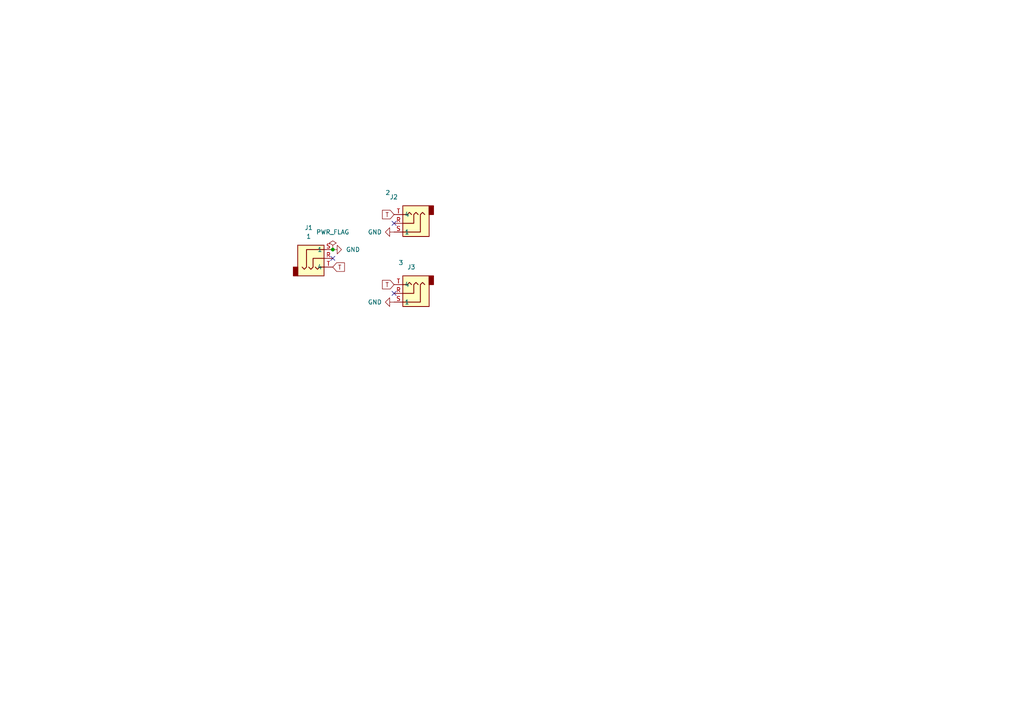
<source format=kicad_sch>
(kicad_sch (version 20211123) (generator eeschema)
  (paper "A4")
  (lib_symbols
    (symbol "AudioJack3_1"
      (property "Reference" "J1" (at -1.905 8.89 0))
      (property "Value" "1" (at -1.905 6.35 0))
      (symbol "AudioJack3_1_0_1"
        (rectangle (start -5.08 -5.08) (end -6.35 -2.54) (stroke (width 0.254)) (fill (type outline)))
        (polyline (pts (xy 0 -2.54) (xy 0.635 -3.175) (xy 1.27 -2.54) (xy 2.54 -2.54)) (stroke (width 0.254)))
        (polyline (pts (xy -1.905 -2.54) (xy -1.27 -3.175) (xy -0.635 -2.54) (xy -0.635 0) (xy 2.54 0)) (stroke (width 0.254)))
        (polyline (pts (xy 2.54 2.54) (xy -2.54 2.54) (xy -2.54 -2.54) (xy -3.175 -3.175) (xy -3.81 -2.54)) (stroke (width 0.254)))
        (rectangle (start 2.54 3.81) (end -5.08 -5.08) (stroke (width 0.254)) (fill (type background)))
      )
      (symbol "AudioJack3_1_1_1"
        (pin passive line (at 5.08 0 180) (length 2.54) (name "~") (number "R"))
        (pin passive line (at 5.08 2.54 180) (length 2.54) (name "1") (number "S"))
        (pin passive line (at 5.08 -2.54 180) (length 2.54) (name "4") (number "T"))
      )
    )
    (symbol "AudioJack3_2"
      (property "Reference" "J2" (at 7.62 1.9051 0))
      (property "Value" "AudioJack3_2" (at 7.62 -0.6349 0))
      (symbol "AudioJack3_2_0_1"
        (rectangle (start -5.08 -5.08) (end -6.35 -2.54) (stroke (width 0.254)) (fill (type outline)))
        (polyline (pts (xy 0 -2.54) (xy 0.635 -3.175) (xy 1.27 -2.54) (xy 2.54 -2.54)) (stroke (width 0.254)))
        (polyline (pts (xy -1.905 -2.54) (xy -1.27 -3.175) (xy -0.635 -2.54) (xy -0.635 0) (xy 2.54 0)) (stroke (width 0.254)))
        (polyline (pts (xy 2.54 2.54) (xy -2.54 2.54) (xy -2.54 -2.54) (xy -3.175 -3.175) (xy -3.81 -2.54)) (stroke (width 0.254)))
        (rectangle (start 2.54 3.81) (end -5.08 -5.08) (stroke (width 0.254)) (fill (type background)))
      )
      (symbol "AudioJack3_2_1_1"
        (pin passive line (at 5.08 0 180) (length 2.54) (name "~") (number "R"))
        (pin passive line (at 5.08 2.54 180) (length 2.54) (name "1") (number "S"))
        (pin passive line (at 5.08 -2.54 180) (length 2.54) (name "4") (number "T"))
      )
    )
    (symbol "Connector:AudioJack3"
      (property "Reference" "J3" (at 7.62 1.9051 0))
      (property "Value" "3" (at 7.62 -0.6349 0))
      (symbol "AudioJack3_0_1"
        (rectangle (start -5.08 -5.08) (end -6.35 -2.54) (stroke (width 0.254)) (fill (type outline)))
        (polyline (pts (xy 0 -2.54) (xy 0.635 -3.175) (xy 1.27 -2.54) (xy 2.54 -2.54)) (stroke (width 0.254)))
        (polyline (pts (xy -1.905 -2.54) (xy -1.27 -3.175) (xy -0.635 -2.54) (xy -0.635 0) (xy 2.54 0)) (stroke (width 0.254)))
        (polyline (pts (xy 2.54 2.54) (xy -2.54 2.54) (xy -2.54 -2.54) (xy -3.175 -3.175) (xy -3.81 -2.54)) (stroke (width 0.254)))
        (rectangle (start 2.54 3.81) (end -5.08 -5.08) (stroke (width 0.254)) (fill (type background)))
      )
      (symbol "AudioJack3_1_1"
        (pin passive line (at 5.08 0 180) (length 2.54) (name "~") (number "R"))
        (pin passive line (at 5.08 2.54 180) (length 2.54) (name "1") (number "S"))
        (pin passive line (at 5.08 -2.54 180) (length 2.54) (name "4") (number "T"))
      )
    )
    (symbol "power:GND" (power) (pin_names (offset 0))
      (property "Value" "GND" (at 0 -3.81 0))
      (symbol "GND_0_1"
        (polyline (pts (xy 0 0) (xy 0 -1.27) (xy 1.27 -1.27) (xy 0 -2.54) (xy -1.27 -1.27) (xy 0 -1.27)))
      )
      (symbol "GND_1_1"
        (pin power_in line (at 0 0 270) (length 0) hide (name "GND") (number "1"))
      )
    )
    (symbol "power:PWR_FLAG" (power) (pin_numbers hide) (pin_names (offset 0) hide)
      (property "Value" "PWR_FLAG" (at 0 3.81 0))
      (symbol "PWR_FLAG_0_0"
        (pin power_out line (at 0 0 90) (length 0) (name "pwr") (number "1"))
      )
      (symbol "PWR_FLAG_0_1"
        (polyline (pts (xy 0 0) (xy 0 1.27) (xy -1.016 1.905) (xy 0 2.54) (xy 1.016 1.905) (xy 0 1.27)))
      )
    )
  )
  (junction (at 96.52 72.39))
  (no_connect (at 96.52 74.93))
  (no_connect (at 114.3 85.09))
  (no_connect (at 114.3 64.77))
  (global_label "T" (shape input) (at 114.3 82.55 180) (property "Intersheet References" "${INTERSHEET_REFS}" (effects hide)))
  (global_label "T" (shape input) (at 96.52 77.47 0) (property "Intersheet References" "${INTERSHEET_REFS}" (effects hide)))
  (global_label "T" (shape input) (at 114.3 62.23 180) (property "Intersheet References" "${INTERSHEET_REFS}" (effects hide)))
  (symbol (lib_name "AudioJack3_2") (lib_id "Connector:AudioJack3") (at 119.38 64.77 180) (unit 1)
    (property "Reference" "J2" (at 113.03 57.15 0) (effects (justify right)))
    (property "Value" "2" (at 111.76 55.88 0) (effects (justify right)))
    (property "Footprint" "Connector_Audio:Jack_3.5mm_PJ311_Horizontal" (effects hide))
  )
  (symbol (lib_name "AudioJack3_1") (lib_id "Connector:AudioJack3") (at 91.44 74.93 0) (unit 1)
    (property "Reference" "J1" (at 89.535 66.04 0))
    (property "Value" "1" (at 89.535 68.58 0))
    (property "Footprint" "Connector_Audio:Jack_3.5mm_PJ311_Horizontal" (effects hide))
  )
  (symbol (lib_id "power:PWR_FLAG") (at 96.52 72.39 0) (unit 1)
    (property "Reference" "#FLG0101" (effects hide))
    (property "Value" "PWR_FLAG" (at 96.52 67.31 0))
  )
  (symbol (lib_id "Connector:AudioJack3") (at 119.38 85.09 180) (unit 1)
    (property "Reference" "J3" (at 118.11 77.47 0) (effects (justify right)))
    (property "Value" "3" (at 115.57 76.2 0) (effects (justify right)))
    (property "Footprint" "Connector_Audio:Jack_3.5mm_PJ311_Horizontal" (effects hide))
  )
  (symbol (lib_id "power:GND") (at 114.3 67.31 270) (unit 1)
    (property "Reference" "#PWR0101" (effects hide))
    (property "Value" "GND" (at 106.68 67.31 90) (effects (justify left)))
  )
  (symbol (lib_id "power:GND") (at 96.52 72.39 90) (unit 1)
    (property "Reference" "#PWR0103" (effects hide))
    (property "Value" "GND" (at 100.33 72.3899 90) (effects (justify right)))
  )
  (symbol (lib_id "power:GND") (at 114.3 87.63 270) (unit 1)
    (property "Reference" "#PWR0102" (effects hide))
    (property "Value" "GND" (at 106.68 87.63 90) (effects (justify left)))
  )
)
</source>
